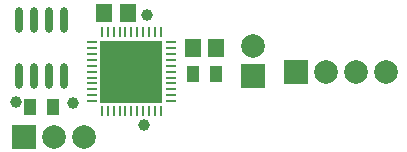
<source format=gts>
%FSLAX25Y25*%
%MOIN*%
G70*
G01*
G75*
G04 Layer_Color=8388736*
%ADD10R,0.04134X0.05512*%
%ADD11O,0.02362X0.08661*%
%ADD12R,0.05315X0.06102*%
%ADD13O,0.00984X0.03740*%
%ADD14O,0.03740X0.00984*%
%ADD15R,0.20866X0.20866*%
%ADD16C,0.00787*%
%ADD17C,0.01181*%
%ADD18C,0.01575*%
%ADD19R,0.07874X0.07874*%
%ADD20C,0.07874*%
%ADD21R,0.07874X0.07874*%
%ADD22C,0.03937*%
%ADD23R,0.06102X0.05315*%
%ADD24R,0.09055X0.12598*%
%ADD25R,0.09055X0.03937*%
%ADD26C,0.03937*%
%ADD27C,0.00984*%
%ADD28C,0.01000*%
D10*
X106496Y114173D02*
D03*
X113976D02*
D03*
X160827Y125197D02*
D03*
X168307D02*
D03*
D11*
X117736Y143307D02*
D03*
X112736D02*
D03*
X107736D02*
D03*
X102736D02*
D03*
X117736Y124409D02*
D03*
X112736D02*
D03*
X107736D02*
D03*
X102736D02*
D03*
D12*
X131102Y145669D02*
D03*
X138976D02*
D03*
X160630Y133858D02*
D03*
X168504D02*
D03*
D13*
X150000Y139075D02*
D03*
X148031D02*
D03*
X146063D02*
D03*
X144095D02*
D03*
X142126D02*
D03*
X140157D02*
D03*
X138189D02*
D03*
X136221D02*
D03*
X134252D02*
D03*
X132283D02*
D03*
X130315D02*
D03*
Y112894D02*
D03*
X132283D02*
D03*
X134252D02*
D03*
X136221D02*
D03*
X138189D02*
D03*
X140157D02*
D03*
X142126D02*
D03*
X144095D02*
D03*
X146063D02*
D03*
X148031D02*
D03*
X150000D02*
D03*
D14*
X127067Y135827D02*
D03*
Y133858D02*
D03*
Y131890D02*
D03*
Y129921D02*
D03*
Y127953D02*
D03*
Y125984D02*
D03*
Y124016D02*
D03*
Y122047D02*
D03*
Y120079D02*
D03*
Y118110D02*
D03*
Y116142D02*
D03*
X153248D02*
D03*
Y118110D02*
D03*
Y120079D02*
D03*
Y122047D02*
D03*
Y124016D02*
D03*
Y125984D02*
D03*
Y127953D02*
D03*
Y129921D02*
D03*
Y131890D02*
D03*
Y133858D02*
D03*
Y135827D02*
D03*
D15*
X140157Y125984D02*
D03*
D19*
X180709Y124409D02*
D03*
D20*
Y134409D02*
D03*
X224882Y125984D02*
D03*
X214882D02*
D03*
X204882D02*
D03*
X114331Y104331D02*
D03*
X124331D02*
D03*
D21*
X194882Y125984D02*
D03*
X104331Y104331D02*
D03*
D22*
X101575Y115748D02*
D03*
X145276Y144685D02*
D03*
X144488Y108268D02*
D03*
X133465Y131496D02*
D03*
X120866Y115354D02*
D03*
M02*

</source>
